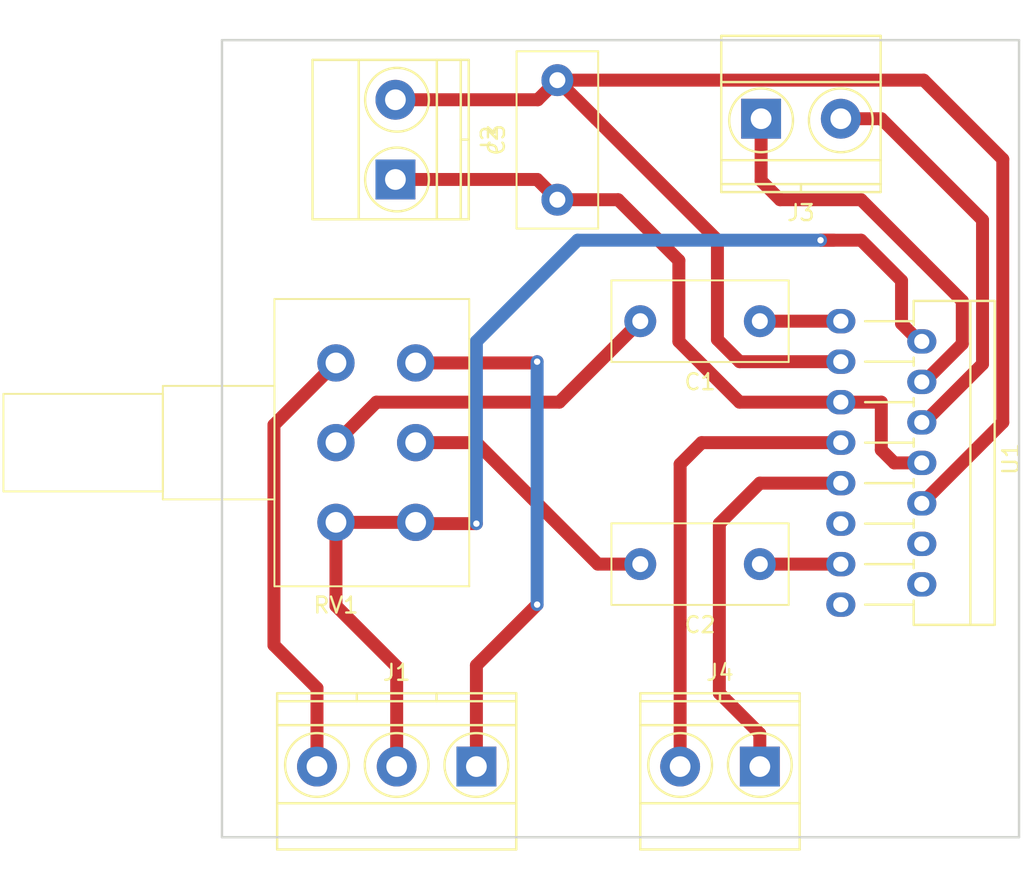
<source format=kicad_pcb>
(kicad_pcb (version 4) (host pcbnew 4.0.7-e2-6376~61~ubuntu18.04.1)

  (general
    (links 21)
    (no_connects 13)
    (area 44.924999 69.924999 95.075001 120.075001)
    (thickness 1.6)
    (drawings 4)
    (tracks 80)
    (zones 0)
    (modules 9)
    (nets 15)
  )

  (page A4)
  (layers
    (0 F.Cu signal)
    (31 B.Cu signal)
    (32 B.Adhes user)
    (33 F.Adhes user)
    (34 B.Paste user)
    (35 F.Paste user)
    (36 B.SilkS user)
    (37 F.SilkS user)
    (38 B.Mask user)
    (39 F.Mask user)
    (40 Dwgs.User user)
    (41 Cmts.User user)
    (42 Eco1.User user)
    (43 Eco2.User user)
    (44 Edge.Cuts user)
    (45 Margin user)
    (46 B.CrtYd user)
    (47 F.CrtYd user)
    (48 B.Fab user)
    (49 F.Fab user)
  )

  (setup
    (last_trace_width 0.8128)
    (user_trace_width 0.3048)
    (user_trace_width 0.6096)
    (user_trace_width 0.8128)
    (user_trace_width 1.016)
    (user_trace_width 1.6256)
    (trace_clearance 0.2)
    (zone_clearance 0.508)
    (zone_45_only no)
    (trace_min 0.2)
    (segment_width 0.2)
    (edge_width 0.15)
    (via_size 0.6)
    (via_drill 0.4)
    (via_min_size 0.4)
    (via_min_drill 0.3)
    (uvia_size 0.3)
    (uvia_drill 0.1)
    (uvias_allowed no)
    (uvia_min_size 0)
    (uvia_min_drill 0)
    (pcb_text_width 0.3)
    (pcb_text_size 1.5 1.5)
    (mod_edge_width 0.15)
    (mod_text_size 1 1)
    (mod_text_width 0.15)
    (pad_size 1.524 1.524)
    (pad_drill 0.762)
    (pad_to_mask_clearance 0.2)
    (aux_axis_origin 0 0)
    (visible_elements FFFFFF7F)
    (pcbplotparams
      (layerselection 0x00030_80000001)
      (usegerberextensions false)
      (excludeedgelayer true)
      (linewidth 0.100000)
      (plotframeref false)
      (viasonmask false)
      (mode 1)
      (useauxorigin false)
      (hpglpennumber 1)
      (hpglpenspeed 20)
      (hpglpendiameter 15)
      (hpglpenoverlay 2)
      (psnegative false)
      (psa4output false)
      (plotreference true)
      (plotvalue true)
      (plotinvisibletext false)
      (padsonsilk false)
      (subtractmaskfromsilk false)
      (outputformat 1)
      (mirror false)
      (drillshape 1)
      (scaleselection 1)
      (outputdirectory ""))
  )

  (net 0 "")
  (net 1 "Net-(C1-Pad1)")
  (net 2 "Net-(C1-Pad2)")
  (net 3 "Net-(C2-Pad1)")
  (net 4 "Net-(C2-Pad2)")
  (net 5 "Net-(J1-Pad3)")
  (net 6 "Net-(J1-Pad1)")
  (net 7 "Net-(J1-Pad2)")
  (net 8 "Net-(J3-Pad1)")
  (net 9 "Net-(J3-Pad2)")
  (net 10 "Net-(J4-Pad1)")
  (net 11 "Net-(J4-Pad2)")
  (net 12 +12VA)
  (net 13 GNDPWR)
  (net 14 "Net-(U1-Pad11)")

  (net_class Default "This is the default net class."
    (clearance 0.2)
    (trace_width 0.25)
    (via_dia 0.6)
    (via_drill 0.4)
    (uvia_dia 0.3)
    (uvia_drill 0.1)
    (add_net +12VA)
    (add_net GNDPWR)
    (add_net "Net-(C1-Pad1)")
    (add_net "Net-(C1-Pad2)")
    (add_net "Net-(C2-Pad1)")
    (add_net "Net-(C2-Pad2)")
    (add_net "Net-(J1-Pad1)")
    (add_net "Net-(J1-Pad2)")
    (add_net "Net-(J1-Pad3)")
    (add_net "Net-(J3-Pad1)")
    (add_net "Net-(J3-Pad2)")
    (add_net "Net-(J4-Pad1)")
    (add_net "Net-(J4-Pad2)")
    (add_net "Net-(U1-Pad11)")
  )

  (module TO_SOT_Packages_THT:Multiwatt_15_Vertical (layer F.Cu) (tedit 54C4A846) (tstamp 5B67D6D8)
    (at 83.82 87.63 270)
    (descr http://www.icbuy.com/education/package/mode_name/upload/education/package/061106/1737460368586001162805866.pdf)
    (path /5B5ECE19)
    (fp_text reference U1 (at 8.636 -10.668 270) (layer F.SilkS)
      (effects (font (size 1 1) (thickness 0.15)))
    )
    (fp_text value TDA1557Q (at 21.844 -3.048 270) (layer F.Fab)
      (effects (font (size 1 1) (thickness 0.15)))
    )
    (fp_line (start 19.4 1.15) (end -1.6 1.15) (layer F.CrtYd) (width 0.05))
    (fp_line (start -1.6 1.15) (end -1.6 -10) (layer F.CrtYd) (width 0.05))
    (fp_line (start -1.6 -10) (end 19.4 -10) (layer F.CrtYd) (width 0.05))
    (fp_line (start 19.4 -10) (end 19.4 1.15) (layer F.CrtYd) (width 0.05))
    (fp_line (start 17.78 -1.524) (end 17.78 -4.572) (layer F.SilkS) (width 0.15))
    (fp_line (start 15.24 -1.524) (end 15.24 -4.572) (layer F.SilkS) (width 0.15))
    (fp_line (start 12.7 -1.524) (end 12.7 -4.572) (layer F.SilkS) (width 0.15))
    (fp_line (start 10.16 -1.524) (end 10.16 -4.572) (layer F.SilkS) (width 0.15))
    (fp_line (start 7.62 -1.524) (end 7.62 -4.572) (layer F.SilkS) (width 0.15))
    (fp_line (start 5.08 -1.524) (end 5.08 -4.572) (layer F.SilkS) (width 0.15))
    (fp_line (start 2.54 -1.524) (end 2.54 -4.572) (layer F.SilkS) (width 0.15))
    (fp_line (start 0 -1.524) (end 0 -4.572) (layer F.SilkS) (width 0.15))
    (fp_line (start 19.05 -8.128) (end -1.27 -8.128) (layer F.SilkS) (width 0.15))
    (fp_line (start -1.27 -9.652) (end -1.27 -4.572) (layer F.SilkS) (width 0.15))
    (fp_line (start -1.27 -4.572) (end 0.254 -4.572) (layer F.SilkS) (width 0.15))
    (fp_line (start 2.794 -4.572) (end 2.286 -4.572) (layer F.SilkS) (width 0.15))
    (fp_line (start 5.334 -4.572) (end 4.826 -4.572) (layer F.SilkS) (width 0.15))
    (fp_line (start 7.874 -4.572) (end 7.366 -4.572) (layer F.SilkS) (width 0.15))
    (fp_line (start 10.414 -4.572) (end 9.906 -4.572) (layer F.SilkS) (width 0.15))
    (fp_line (start 12.954 -4.572) (end 12.446 -4.572) (layer F.SilkS) (width 0.15))
    (fp_line (start 15.494 -4.572) (end 14.986 -4.572) (layer F.SilkS) (width 0.15))
    (fp_line (start -1.27 -9.652) (end 19.05 -9.652) (layer F.SilkS) (width 0.15))
    (fp_line (start 19.05 -9.652) (end 19.05 -4.572) (layer F.SilkS) (width 0.15))
    (fp_line (start 19.05 -4.572) (end 17.526 -4.572) (layer F.SilkS) (width 0.15))
    (pad 1 thru_hole oval (at 0 0 270) (size 1.524 1.824) (drill 0.95) (layers *.Cu *.Mask)
      (net 1 "Net-(C1-Pad1)"))
    (pad 2 thru_hole oval (at 1.27 -5.08 270) (size 1.524 1.824) (drill 0.95) (layers *.Cu *.Mask)
      (net 7 "Net-(J1-Pad2)"))
    (pad 3 thru_hole oval (at 2.54 0 270) (size 1.524 1.824) (drill 0.95) (layers *.Cu *.Mask)
      (net 12 +12VA))
    (pad 4 thru_hole oval (at 3.81 -5.08 270) (size 1.524 1.824) (drill 0.95) (layers *.Cu *.Mask)
      (net 8 "Net-(J3-Pad1)"))
    (pad 5 thru_hole oval (at 5.08 0 270) (size 1.524 1.824) (drill 0.95) (layers *.Cu *.Mask)
      (net 13 GNDPWR))
    (pad 6 thru_hole oval (at 6.35 -5.08 270) (size 1.524 1.824) (drill 0.95) (layers *.Cu *.Mask)
      (net 9 "Net-(J3-Pad2)"))
    (pad 7 thru_hole oval (at 7.62 0 270) (size 1.524 1.824) (drill 0.95) (layers *.Cu *.Mask)
      (net 11 "Net-(J4-Pad2)"))
    (pad 8 thru_hole oval (at 8.89 -5.08 270) (size 1.524 1.824) (drill 0.95) (layers *.Cu *.Mask)
      (net 13 GNDPWR))
    (pad 9 thru_hole oval (at 10.16 0 270) (size 1.524 1.824) (drill 0.95) (layers *.Cu *.Mask)
      (net 10 "Net-(J4-Pad1)"))
    (pad 10 thru_hole oval (at 11.43 -5.08 270) (size 1.524 1.824) (drill 0.95) (layers *.Cu *.Mask)
      (net 12 +12VA))
    (pad 11 thru_hole oval (at 12.7 0 270) (size 1.524 1.824) (drill 0.95) (layers *.Cu *.Mask)
      (net 14 "Net-(U1-Pad11)"))
    (pad 12 thru_hole oval (at 13.97 -5.08 270) (size 1.524 1.824) (drill 0.95) (layers *.Cu *.Mask))
    (pad 13 thru_hole oval (at 15.24 0 270) (size 1.524 1.824) (drill 0.95) (layers *.Cu *.Mask)
      (net 3 "Net-(C2-Pad1)"))
    (pad 14 thru_hole oval (at 16.51 -5.08 270) (size 1.524 1.824) (drill 0.95) (layers *.Cu *.Mask))
    (pad 15 thru_hole oval (at 17.78 0 270) (size 1.524 1.824) (drill 0.95) (layers *.Cu *.Mask))
    (model TO_SOT_Packages_THT.3dshapes/Multiwatt_15_Vertical.wrl
      (at (xyz 0 0 0))
      (scale (xyz 1 1 1))
      (rotate (xyz 0 0 0))
    )
  )

  (module Capacitors_THT:C_Disc_D11.0mm_W5.0mm_P7.50mm (layer F.Cu) (tedit 597BC7C2) (tstamp 5B632DFB)
    (at 78.74 87.63 180)
    (descr "C, Disc series, Radial, pin pitch=7.50mm, , diameter*width=11*5.0mm^2, Capacitor, http://www.vishay.com/docs/28535/vy2series.pdf")
    (tags "C Disc series Radial pin pitch 7.50mm  diameter 11mm width 5.0mm Capacitor")
    (path /5B5ECEA2)
    (fp_text reference C1 (at 3.75 -3.81 180) (layer F.SilkS)
      (effects (font (size 1 1) (thickness 0.15)))
    )
    (fp_text value 0.22 (at 3.75 3.81 180) (layer F.Fab)
      (effects (font (size 1 1) (thickness 0.15)))
    )
    (fp_line (start -1.75 -2.5) (end -1.75 2.5) (layer F.Fab) (width 0.1))
    (fp_line (start -1.75 2.5) (end 9.25 2.5) (layer F.Fab) (width 0.1))
    (fp_line (start 9.25 2.5) (end 9.25 -2.5) (layer F.Fab) (width 0.1))
    (fp_line (start 9.25 -2.5) (end -1.75 -2.5) (layer F.Fab) (width 0.1))
    (fp_line (start -1.81 -2.56) (end 9.31 -2.56) (layer F.SilkS) (width 0.12))
    (fp_line (start -1.81 2.56) (end 9.31 2.56) (layer F.SilkS) (width 0.12))
    (fp_line (start -1.81 -2.56) (end -1.81 2.56) (layer F.SilkS) (width 0.12))
    (fp_line (start 9.31 -2.56) (end 9.31 2.56) (layer F.SilkS) (width 0.12))
    (fp_line (start -2.1 -2.85) (end -2.1 2.85) (layer F.CrtYd) (width 0.05))
    (fp_line (start -2.1 2.85) (end 9.6 2.85) (layer F.CrtYd) (width 0.05))
    (fp_line (start 9.6 2.85) (end 9.6 -2.85) (layer F.CrtYd) (width 0.05))
    (fp_line (start 9.6 -2.85) (end -2.1 -2.85) (layer F.CrtYd) (width 0.05))
    (fp_text user %R (at -15.24 -6.35 180) (layer F.Fab)
      (effects (font (size 1 1) (thickness 0.15)))
    )
    (pad 1 thru_hole circle (at 0 0 180) (size 2 2) (drill 1) (layers *.Cu *.Mask)
      (net 1 "Net-(C1-Pad1)"))
    (pad 2 thru_hole circle (at 7.5 0 180) (size 2 2) (drill 1) (layers *.Cu *.Mask)
      (net 2 "Net-(C1-Pad2)"))
    (model ${KISYS3DMOD}/Capacitors_THT.3dshapes/C_Disc_D11.0mm_W5.0mm_P7.50mm.wrl
      (at (xyz 0 0 0))
      (scale (xyz 1 1 1))
      (rotate (xyz 0 0 0))
    )
  )

  (module Capacitors_THT:C_Disc_D11.0mm_W5.0mm_P7.50mm (layer F.Cu) (tedit 597BC7C2) (tstamp 5B632E0E)
    (at 78.74 102.87 180)
    (descr "C, Disc series, Radial, pin pitch=7.50mm, , diameter*width=11*5.0mm^2, Capacitor, http://www.vishay.com/docs/28535/vy2series.pdf")
    (tags "C Disc series Radial pin pitch 7.50mm  diameter 11mm width 5.0mm Capacitor")
    (path /5B5ED76A)
    (fp_text reference C2 (at 3.75 -3.81 180) (layer F.SilkS)
      (effects (font (size 1 1) (thickness 0.15)))
    )
    (fp_text value 0.22 (at 3.75 3.81 180) (layer F.Fab)
      (effects (font (size 1 1) (thickness 0.15)))
    )
    (fp_line (start -1.75 -2.5) (end -1.75 2.5) (layer F.Fab) (width 0.1))
    (fp_line (start -1.75 2.5) (end 9.25 2.5) (layer F.Fab) (width 0.1))
    (fp_line (start 9.25 2.5) (end 9.25 -2.5) (layer F.Fab) (width 0.1))
    (fp_line (start 9.25 -2.5) (end -1.75 -2.5) (layer F.Fab) (width 0.1))
    (fp_line (start -1.81 -2.56) (end 9.31 -2.56) (layer F.SilkS) (width 0.12))
    (fp_line (start -1.81 2.56) (end 9.31 2.56) (layer F.SilkS) (width 0.12))
    (fp_line (start -1.81 -2.56) (end -1.81 2.56) (layer F.SilkS) (width 0.12))
    (fp_line (start 9.31 -2.56) (end 9.31 2.56) (layer F.SilkS) (width 0.12))
    (fp_line (start -2.1 -2.85) (end -2.1 2.85) (layer F.CrtYd) (width 0.05))
    (fp_line (start -2.1 2.85) (end 9.6 2.85) (layer F.CrtYd) (width 0.05))
    (fp_line (start 9.6 2.85) (end 9.6 -2.85) (layer F.CrtYd) (width 0.05))
    (fp_line (start 9.6 -2.85) (end -2.1 -2.85) (layer F.CrtYd) (width 0.05))
    (fp_text user %R (at 3.75 0 180) (layer F.Fab)
      (effects (font (size 1 1) (thickness 0.15)))
    )
    (pad 1 thru_hole circle (at 0 0 180) (size 2 2) (drill 1) (layers *.Cu *.Mask)
      (net 3 "Net-(C2-Pad1)"))
    (pad 2 thru_hole circle (at 7.5 0 180) (size 2 2) (drill 1) (layers *.Cu *.Mask)
      (net 4 "Net-(C2-Pad2)"))
    (model ${KISYS3DMOD}/Capacitors_THT.3dshapes/C_Disc_D11.0mm_W5.0mm_P7.50mm.wrl
      (at (xyz 0 0 0))
      (scale (xyz 1 1 1))
      (rotate (xyz 0 0 0))
    )
  )

  (module Connectors_Terminal_Blocks:TerminalBlock_Pheonix_MKDS1.5-3pol (layer F.Cu) (tedit 5630081E) (tstamp 5B632E25)
    (at 60.96 115.57 180)
    (descr "3-way 5mm pitch terminal block, Phoenix MKDS series")
    (path /5B5ED1F4)
    (fp_text reference J1 (at 5 5.9 180) (layer F.SilkS)
      (effects (font (size 1 1) (thickness 0.15)))
    )
    (fp_text value INPUT (at 5 -6.6 180) (layer F.Fab)
      (effects (font (size 1 1) (thickness 0.15)))
    )
    (fp_line (start -2.7 4.8) (end -2.7 -5.4) (layer F.CrtYd) (width 0.05))
    (fp_line (start 12.7 4.8) (end -2.7 4.8) (layer F.CrtYd) (width 0.05))
    (fp_line (start 12.7 -5.4) (end 12.7 4.8) (layer F.CrtYd) (width 0.05))
    (fp_line (start -2.7 -5.4) (end 12.7 -5.4) (layer F.CrtYd) (width 0.05))
    (fp_circle (center 10 0.1) (end 8 0.1) (layer F.SilkS) (width 0.15))
    (fp_line (start 7.5 4.1) (end 7.5 4.6) (layer F.SilkS) (width 0.15))
    (fp_line (start 2.5 4.1) (end 2.5 4.6) (layer F.SilkS) (width 0.15))
    (fp_circle (center 5 0.1) (end 3 0.1) (layer F.SilkS) (width 0.15))
    (fp_circle (center 0 0.1) (end 2 0.1) (layer F.SilkS) (width 0.15))
    (fp_line (start -2.5 2.6) (end 12.5 2.6) (layer F.SilkS) (width 0.15))
    (fp_line (start -2.5 -2.3) (end 12.5 -2.3) (layer F.SilkS) (width 0.15))
    (fp_line (start -2.5 4.1) (end 12.5 4.1) (layer F.SilkS) (width 0.15))
    (fp_line (start -2.5 4.6) (end 12.5 4.6) (layer F.SilkS) (width 0.15))
    (fp_line (start 12.5 4.6) (end 12.5 -5.2) (layer F.SilkS) (width 0.15))
    (fp_line (start 12.5 -5.2) (end -2.5 -5.2) (layer F.SilkS) (width 0.15))
    (fp_line (start -2.5 -5.2) (end -2.5 4.6) (layer F.SilkS) (width 0.15))
    (pad 3 thru_hole circle (at 10 0 180) (size 2.5 2.5) (drill 1.3) (layers *.Cu *.Mask)
      (net 5 "Net-(J1-Pad3)"))
    (pad 1 thru_hole rect (at 0 0 180) (size 2.5 2.5) (drill 1.3) (layers *.Cu *.Mask)
      (net 6 "Net-(J1-Pad1)"))
    (pad 2 thru_hole circle (at 5 0 180) (size 2.5 2.5) (drill 1.3) (layers *.Cu *.Mask)
      (net 7 "Net-(J1-Pad2)"))
    (model Terminal_Blocks.3dshapes/TerminalBlock_Pheonix_MKDS1.5-3pol.wrl
      (at (xyz 0.1968 0 0))
      (scale (xyz 1 1 1))
      (rotate (xyz 0 0 0))
    )
  )

  (module Connectors_Terminal_Blocks:TerminalBlock_Pheonix_MKDS1.5-2pol (layer F.Cu) (tedit 563007E4) (tstamp 5B632E39)
    (at 78.82 74.93)
    (descr "2-way 5mm pitch terminal block, Phoenix MKDS series")
    (path /5B5ED0D6)
    (fp_text reference J3 (at 2.5 5.9) (layer F.SilkS)
      (effects (font (size 1 1) (thickness 0.15)))
    )
    (fp_text value OUT1 (at 2.5 -6.6) (layer F.Fab)
      (effects (font (size 1 1) (thickness 0.15)))
    )
    (fp_line (start -2.7 -5.4) (end 7.7 -5.4) (layer F.CrtYd) (width 0.05))
    (fp_line (start -2.7 4.8) (end -2.7 -5.4) (layer F.CrtYd) (width 0.05))
    (fp_line (start 7.7 4.8) (end -2.7 4.8) (layer F.CrtYd) (width 0.05))
    (fp_line (start 7.7 -5.4) (end 7.7 4.8) (layer F.CrtYd) (width 0.05))
    (fp_line (start 2.5 4.1) (end 2.5 4.6) (layer F.SilkS) (width 0.15))
    (fp_circle (center 5 0.1) (end 3 0.1) (layer F.SilkS) (width 0.15))
    (fp_circle (center 0 0.1) (end 2 0.1) (layer F.SilkS) (width 0.15))
    (fp_line (start -2.5 2.6) (end 7.5 2.6) (layer F.SilkS) (width 0.15))
    (fp_line (start -2.5 -2.3) (end 7.5 -2.3) (layer F.SilkS) (width 0.15))
    (fp_line (start -2.5 4.1) (end 7.5 4.1) (layer F.SilkS) (width 0.15))
    (fp_line (start -2.5 4.6) (end 7.5 4.6) (layer F.SilkS) (width 0.15))
    (fp_line (start 7.5 4.6) (end 7.5 -5.2) (layer F.SilkS) (width 0.15))
    (fp_line (start 7.5 -5.2) (end -2.5 -5.2) (layer F.SilkS) (width 0.15))
    (fp_line (start -2.5 -5.2) (end -2.5 4.6) (layer F.SilkS) (width 0.15))
    (pad 1 thru_hole rect (at 0 0) (size 2.5 2.5) (drill 1.3) (layers *.Cu *.Mask)
      (net 8 "Net-(J3-Pad1)"))
    (pad 2 thru_hole circle (at 5 0) (size 2.5 2.5) (drill 1.3) (layers *.Cu *.Mask)
      (net 9 "Net-(J3-Pad2)"))
    (model Terminal_Blocks.3dshapes/TerminalBlock_Pheonix_MKDS1.5-2pol.wrl
      (at (xyz 0.0984 0 0))
      (scale (xyz 1 1 1))
      (rotate (xyz 0 0 0))
    )
  )

  (module Connectors_Terminal_Blocks:TerminalBlock_Pheonix_MKDS1.5-2pol (layer F.Cu) (tedit 563007E4) (tstamp 5B632E4D)
    (at 78.74 115.57 180)
    (descr "2-way 5mm pitch terminal block, Phoenix MKDS series")
    (path /5B5EDA0B)
    (fp_text reference J4 (at 2.5 5.9 180) (layer F.SilkS)
      (effects (font (size 1 1) (thickness 0.15)))
    )
    (fp_text value OUT2 (at 2.5 -6.6 180) (layer F.Fab)
      (effects (font (size 1 1) (thickness 0.15)))
    )
    (fp_line (start -2.7 -5.4) (end 7.7 -5.4) (layer F.CrtYd) (width 0.05))
    (fp_line (start -2.7 4.8) (end -2.7 -5.4) (layer F.CrtYd) (width 0.05))
    (fp_line (start 7.7 4.8) (end -2.7 4.8) (layer F.CrtYd) (width 0.05))
    (fp_line (start 7.7 -5.4) (end 7.7 4.8) (layer F.CrtYd) (width 0.05))
    (fp_line (start 2.5 4.1) (end 2.5 4.6) (layer F.SilkS) (width 0.15))
    (fp_circle (center 5 0.1) (end 3 0.1) (layer F.SilkS) (width 0.15))
    (fp_circle (center 0 0.1) (end 2 0.1) (layer F.SilkS) (width 0.15))
    (fp_line (start -2.5 2.6) (end 7.5 2.6) (layer F.SilkS) (width 0.15))
    (fp_line (start -2.5 -2.3) (end 7.5 -2.3) (layer F.SilkS) (width 0.15))
    (fp_line (start -2.5 4.1) (end 7.5 4.1) (layer F.SilkS) (width 0.15))
    (fp_line (start -2.5 4.6) (end 7.5 4.6) (layer F.SilkS) (width 0.15))
    (fp_line (start 7.5 4.6) (end 7.5 -5.2) (layer F.SilkS) (width 0.15))
    (fp_line (start 7.5 -5.2) (end -2.5 -5.2) (layer F.SilkS) (width 0.15))
    (fp_line (start -2.5 -5.2) (end -2.5 4.6) (layer F.SilkS) (width 0.15))
    (pad 1 thru_hole rect (at 0 0 180) (size 2.5 2.5) (drill 1.3) (layers *.Cu *.Mask)
      (net 10 "Net-(J4-Pad1)"))
    (pad 2 thru_hole circle (at 5 0 180) (size 2.5 2.5) (drill 1.3) (layers *.Cu *.Mask)
      (net 11 "Net-(J4-Pad2)"))
    (model Terminal_Blocks.3dshapes/TerminalBlock_Pheonix_MKDS1.5-2pol.wrl
      (at (xyz 0.0984 0 0))
      (scale (xyz 1 1 1))
      (rotate (xyz 0 0 0))
    )
  )

  (module Potentiometers:Potentiometer_Alps_RK163_Double_Vertical (layer F.Cu) (tedit 58826D39) (tstamp 5B632E73)
    (at 52.15 90.25 180)
    (descr "Potentiometer, vertically mounted, Omeg PC16PU, Omeg PC16PU, Omeg PC16PU, Vishay/Spectrol 248GJ/249GJ Single, Vishay/Spectrol 248GJ/249GJ Single, Vishay/Spectrol 248GJ/249GJ Single, Vishay/Spectrol 248GH/249GH Single, Vishay/Spectrol 148/149 Single, Vishay/Spectrol 148/149 Single, Vishay/Spectrol 148/149 Single, Vishay/Spectrol 148A/149A Single with mounting plates, Vishay/Spectrol 148/149 Double, Vishay/Spectrol 148A/149A Double with mounting plates, Piher PC-16 Single, Piher PC-16 Single, Piher PC-16 Single, Piher PC-16SV Single, Piher PC-16 Double, Piher PC-16 Triple, Piher T16H Single, Piher T16L Single, Piher T16H Double, Alps RK163 Single, Alps RK163 Double, http://www.alps.com/prod/info/E/PDF/Potentiometer/MetalShaft/RK163/RK163.PDF")
    (tags "Potentiometer vertical  Omeg PC16PU  Omeg PC16PU  Omeg PC16PU  Vishay/Spectrol 248GJ/249GJ Single  Vishay/Spectrol 248GJ/249GJ Single  Vishay/Spectrol 248GJ/249GJ Single  Vishay/Spectrol 248GH/249GH Single  Vishay/Spectrol 148/149 Single  Vishay/Spectrol 148/149 Single  Vishay/Spectrol 148/149 Single  Vishay/Spectrol 148A/149A Single with mounting plates  Vishay/Spectrol 148/149 Double  Vishay/Spectrol 148A/149A Double with mounting plates  Piher PC-16 Single  Piher PC-16 Single  Piher PC-16 Single  Piher PC-16SV Single  Piher PC-16 Double  Piher PC-16 Triple  Piher T16H Single  Piher T16L Single  Piher T16H Double  Alps RK163 Single  Alps RK163 Double")
    (path /5B5ECFA4)
    (fp_text reference RV1 (at 0 -15.2 180) (layer F.SilkS)
      (effects (font (size 1 1) (thickness 0.15)))
    )
    (fp_text value POT_Dual (at 0 5.2 180) (layer F.Fab)
      (effects (font (size 1 1) (thickness 0.15)))
    )
    (fp_line (start -8.3 -13.95) (end -8.3 3.95) (layer F.Fab) (width 0.1))
    (fp_line (start -8.3 3.95) (end 3.8 3.95) (layer F.Fab) (width 0.1))
    (fp_line (start 3.8 3.95) (end 3.8 -13.95) (layer F.Fab) (width 0.1))
    (fp_line (start 3.8 -13.95) (end -8.3 -13.95) (layer F.Fab) (width 0.1))
    (fp_line (start 3.8 -8.5) (end 3.8 -1.5) (layer F.Fab) (width 0.1))
    (fp_line (start 3.8 -1.5) (end 10.8 -1.5) (layer F.Fab) (width 0.1))
    (fp_line (start 10.8 -1.5) (end 10.8 -8.5) (layer F.Fab) (width 0.1))
    (fp_line (start 10.8 -8.5) (end 3.8 -8.5) (layer F.Fab) (width 0.1))
    (fp_line (start 10.8 -8) (end 10.8 -2) (layer F.Fab) (width 0.1))
    (fp_line (start 10.8 -2) (end 20.8 -2) (layer F.Fab) (width 0.1))
    (fp_line (start 20.8 -2) (end 20.8 -8) (layer F.Fab) (width 0.1))
    (fp_line (start 20.8 -8) (end 10.8 -8) (layer F.Fab) (width 0.1))
    (fp_line (start -8.361 -14.01) (end 3.86 -14.01) (layer F.SilkS) (width 0.12))
    (fp_line (start -8.361 4.011) (end 3.86 4.011) (layer F.SilkS) (width 0.12))
    (fp_line (start -8.361 -14.01) (end -8.361 4.011) (layer F.SilkS) (width 0.12))
    (fp_line (start 3.86 -14.01) (end 3.86 4.011) (layer F.SilkS) (width 0.12))
    (fp_line (start 3.86 -8.56) (end 10.86 -8.56) (layer F.SilkS) (width 0.12))
    (fp_line (start 3.86 -1.44) (end 10.86 -1.44) (layer F.SilkS) (width 0.12))
    (fp_line (start 3.86 -8.56) (end 3.86 -1.44) (layer F.SilkS) (width 0.12))
    (fp_line (start 10.86 -8.56) (end 10.86 -1.44) (layer F.SilkS) (width 0.12))
    (fp_line (start 10.86 -8.06) (end 20.86 -8.06) (layer F.SilkS) (width 0.12))
    (fp_line (start 10.86 -1.94) (end 20.86 -1.94) (layer F.SilkS) (width 0.12))
    (fp_line (start 10.86 -8.06) (end 10.86 -1.94) (layer F.SilkS) (width 0.12))
    (fp_line (start 20.86 -8.06) (end 20.86 -1.94) (layer F.SilkS) (width 0.12))
    (fp_line (start -8.55 -14.2) (end -8.55 4.2) (layer F.CrtYd) (width 0.05))
    (fp_line (start -8.55 4.2) (end 21.05 4.2) (layer F.CrtYd) (width 0.05))
    (fp_line (start 21.05 4.2) (end 21.05 -14.2) (layer F.CrtYd) (width 0.05))
    (fp_line (start 21.05 -14.2) (end -8.55 -14.2) (layer F.CrtYd) (width 0.05))
    (pad 3 thru_hole circle (at 0 -10 180) (size 2.34 2.34) (drill 1.3) (layers *.Cu *.Mask)
      (net 7 "Net-(J1-Pad2)"))
    (pad 2 thru_hole circle (at 0 -5 180) (size 2.34 2.34) (drill 1.3) (layers *.Cu *.Mask)
      (net 2 "Net-(C1-Pad2)"))
    (pad 1 thru_hole circle (at 0 0 180) (size 2.34 2.34) (drill 1.3) (layers *.Cu *.Mask)
      (net 5 "Net-(J1-Pad3)"))
    (pad 6 thru_hole circle (at -5 -10 180) (size 2.34 2.34) (drill 1.3) (layers *.Cu *.Mask)
      (net 7 "Net-(J1-Pad2)"))
    (pad 5 thru_hole circle (at -5 -5 180) (size 2.34 2.34) (drill 1.3) (layers *.Cu *.Mask)
      (net 4 "Net-(C2-Pad2)"))
    (pad 4 thru_hole circle (at -5 0 180) (size 2.34 2.34) (drill 1.3) (layers *.Cu *.Mask)
      (net 6 "Net-(J1-Pad1)"))
    (model Potentiometers.3dshapes/Potentiometer_Alps_RK163_Double_Vertical.wrl
      (at (xyz 0 0 0))
      (scale (xyz 1 1 1))
      (rotate (xyz 0 0 0))
    )
  )

  (module Capacitors_THT:C_Disc_D11.0mm_W5.0mm_P7.50mm (layer F.Cu) (tedit 597BC7C2) (tstamp 5B6347BB)
    (at 66.04 80.01 90)
    (descr "C, Disc series, Radial, pin pitch=7.50mm, , diameter*width=11*5.0mm^2, Capacitor, http://www.vishay.com/docs/28535/vy2series.pdf")
    (tags "C Disc series Radial pin pitch 7.50mm  diameter 11mm width 5.0mm Capacitor")
    (path /5B5ECF20)
    (fp_text reference C3 (at 3.75 -3.81 90) (layer F.SilkS)
      (effects (font (size 1 1) (thickness 0.15)))
    )
    (fp_text value 100nF (at 3.75 3.81 90) (layer F.Fab)
      (effects (font (size 1 1) (thickness 0.15)))
    )
    (fp_line (start -1.75 -2.5) (end -1.75 2.5) (layer F.Fab) (width 0.1))
    (fp_line (start -1.75 2.5) (end 9.25 2.5) (layer F.Fab) (width 0.1))
    (fp_line (start 9.25 2.5) (end 9.25 -2.5) (layer F.Fab) (width 0.1))
    (fp_line (start 9.25 -2.5) (end -1.75 -2.5) (layer F.Fab) (width 0.1))
    (fp_line (start -1.81 -2.56) (end 9.31 -2.56) (layer F.SilkS) (width 0.12))
    (fp_line (start -1.81 2.56) (end 9.31 2.56) (layer F.SilkS) (width 0.12))
    (fp_line (start -1.81 -2.56) (end -1.81 2.56) (layer F.SilkS) (width 0.12))
    (fp_line (start 9.31 -2.56) (end 9.31 2.56) (layer F.SilkS) (width 0.12))
    (fp_line (start -2.1 -2.85) (end -2.1 2.85) (layer F.CrtYd) (width 0.05))
    (fp_line (start -2.1 2.85) (end 9.6 2.85) (layer F.CrtYd) (width 0.05))
    (fp_line (start 9.6 2.85) (end 9.6 -2.85) (layer F.CrtYd) (width 0.05))
    (fp_line (start 9.6 -2.85) (end -2.1 -2.85) (layer F.CrtYd) (width 0.05))
    (fp_text user %R (at 3.75 0 90) (layer F.Fab)
      (effects (font (size 1 1) (thickness 0.15)))
    )
    (pad 1 thru_hole circle (at 0 0 90) (size 2 2) (drill 1) (layers *.Cu *.Mask)
      (net 13 GNDPWR))
    (pad 2 thru_hole circle (at 7.5 0 90) (size 2 2) (drill 1) (layers *.Cu *.Mask)
      (net 12 +12VA))
    (model ${KISYS3DMOD}/Capacitors_THT.3dshapes/C_Disc_D11.0mm_W5.0mm_P7.50mm.wrl
      (at (xyz 0 0 0))
      (scale (xyz 1 1 1))
      (rotate (xyz 0 0 0))
    )
  )

  (module Connectors_Terminal_Blocks:TerminalBlock_Pheonix_MKDS1.5-2pol (layer F.Cu) (tedit 563007E4) (tstamp 5B636456)
    (at 55.88 78.74 90)
    (descr "2-way 5mm pitch terminal block, Phoenix MKDS series")
    (path /5B5EDD46)
    (fp_text reference J2 (at 2.5 5.9 90) (layer F.SilkS)
      (effects (font (size 1 1) (thickness 0.15)))
    )
    (fp_text value Power (at 2.5 -6.6 90) (layer F.Fab)
      (effects (font (size 1 1) (thickness 0.15)))
    )
    (fp_line (start -2.7 -5.4) (end 7.7 -5.4) (layer F.CrtYd) (width 0.05))
    (fp_line (start -2.7 4.8) (end -2.7 -5.4) (layer F.CrtYd) (width 0.05))
    (fp_line (start 7.7 4.8) (end -2.7 4.8) (layer F.CrtYd) (width 0.05))
    (fp_line (start 7.7 -5.4) (end 7.7 4.8) (layer F.CrtYd) (width 0.05))
    (fp_line (start 2.5 4.1) (end 2.5 4.6) (layer F.SilkS) (width 0.15))
    (fp_circle (center 5 0.1) (end 3 0.1) (layer F.SilkS) (width 0.15))
    (fp_circle (center 0 0.1) (end 2 0.1) (layer F.SilkS) (width 0.15))
    (fp_line (start -2.5 2.6) (end 7.5 2.6) (layer F.SilkS) (width 0.15))
    (fp_line (start -2.5 -2.3) (end 7.5 -2.3) (layer F.SilkS) (width 0.15))
    (fp_line (start -2.5 4.1) (end 7.5 4.1) (layer F.SilkS) (width 0.15))
    (fp_line (start -2.5 4.6) (end 7.5 4.6) (layer F.SilkS) (width 0.15))
    (fp_line (start 7.5 4.6) (end 7.5 -5.2) (layer F.SilkS) (width 0.15))
    (fp_line (start 7.5 -5.2) (end -2.5 -5.2) (layer F.SilkS) (width 0.15))
    (fp_line (start -2.5 -5.2) (end -2.5 4.6) (layer F.SilkS) (width 0.15))
    (pad 1 thru_hole rect (at 0 0 90) (size 2.5 2.5) (drill 1.3) (layers *.Cu *.Mask)
      (net 13 GNDPWR))
    (pad 2 thru_hole circle (at 5 0 90) (size 2.5 2.5) (drill 1.3) (layers *.Cu *.Mask)
      (net 12 +12VA))
    (model Terminal_Blocks.3dshapes/TerminalBlock_Pheonix_MKDS1.5-2pol.wrl
      (at (xyz 0.0984 0 0))
      (scale (xyz 1 1 1))
      (rotate (xyz 0 0 0))
    )
  )

  (gr_line (start 45 120) (end 45 70) (layer Edge.Cuts) (width 0.15))
  (gr_line (start 95 120) (end 45 120) (layer Edge.Cuts) (width 0.15))
  (gr_line (start 95 70) (end 95 120) (layer Edge.Cuts) (width 0.15))
  (gr_line (start 45 70) (end 95 70) (layer Edge.Cuts) (width 0.15))

  (segment (start 78.74 87.63) (end 83.6 87.63) (width 0.8128) (layer F.Cu) (net 1))
  (segment (start 54.69 92.71) (end 66.16 92.71) (width 0.8128) (layer F.Cu) (net 2))
  (segment (start 66.16 92.71) (end 71.24 87.63) (width 0.8128) (layer F.Cu) (net 2))
  (segment (start 52.15 95.25) (end 54.69 92.71) (width 0.8128) (layer F.Cu) (net 2))
  (segment (start 83.6 102.87) (end 78.74 102.87) (width 0.8128) (layer F.Cu) (net 3))
  (segment (start 60.96 95.25) (end 68.58 102.87) (width 0.8128) (layer F.Cu) (net 4))
  (segment (start 68.58 102.87) (end 71.24 102.87) (width 0.8128) (layer F.Cu) (net 4))
  (segment (start 57.15 95.25) (end 60.96 95.25) (width 0.8128) (layer F.Cu) (net 4))
  (segment (start 48.26 107.95) (end 48.26 94.14) (width 0.8128) (layer F.Cu) (net 5))
  (segment (start 48.26 94.14) (end 52.15 90.25) (width 0.8128) (layer F.Cu) (net 5))
  (segment (start 50.96 110.65) (end 48.26 107.95) (width 0.8128) (layer F.Cu) (net 5))
  (segment (start 50.96 115.57) (end 50.96 110.65) (width 0.8128) (layer F.Cu) (net 5))
  (segment (start 57.15 90.25) (end 64.69 90.25) (width 0.8128) (layer F.Cu) (net 6))
  (segment (start 64.69 90.25) (end 64.77 90.17) (width 0.8128) (layer F.Cu) (net 6))
  (via (at 64.77 90.17) (size 0.6) (drill 0.4) (layers F.Cu B.Cu) (net 6))
  (segment (start 64.77 105.41) (end 64.77 90.17) (width 0.8128) (layer B.Cu) (net 6))
  (segment (start 60.96 109.22) (end 64.77 105.41) (width 0.8128) (layer F.Cu) (net 6))
  (via (at 64.77 105.41) (size 0.6) (drill 0.4) (layers F.Cu B.Cu) (net 6))
  (segment (start 60.96 115.57) (end 60.96 109.22) (width 0.8128) (layer F.Cu) (net 6))
  (segment (start 82.55 82.55) (end 85.09 82.55) (width 0.8128) (layer F.Cu) (net 7))
  (segment (start 85.09 82.55) (end 87.63 85.09) (width 0.8128) (layer F.Cu) (net 7))
  (segment (start 87.63 87.78) (end 88.75 88.9) (width 0.8128) (layer F.Cu) (net 7))
  (segment (start 87.63 85.09) (end 87.63 87.78) (width 0.8128) (layer F.Cu) (net 7))
  (segment (start 88.75 88.9) (end 88.9 88.9) (width 0.8128) (layer F.Cu) (net 7))
  (segment (start 60.96 100.33) (end 57.23 100.33) (width 0.8128) (layer F.Cu) (net 7))
  (segment (start 57.23 100.33) (end 57.15 100.25) (width 0.8128) (layer F.Cu) (net 7))
  (segment (start 60.96 88.9) (end 60.96 100.33) (width 0.8128) (layer B.Cu) (net 7))
  (via (at 60.96 100.33) (size 0.6) (drill 0.4) (layers F.Cu B.Cu) (net 7))
  (segment (start 67.31 82.55) (end 60.96 88.9) (width 0.8128) (layer B.Cu) (net 7))
  (segment (start 82.55 82.55) (end 67.31 82.55) (width 0.8128) (layer B.Cu) (net 7))
  (segment (start 83.38 82.55) (end 82.55 82.55) (width 0.8128) (layer F.Cu) (net 7))
  (via (at 82.55 82.55) (size 0.6) (drill 0.4) (layers F.Cu B.Cu) (net 7))
  (segment (start 52.15 100.25) (end 57.15 100.25) (width 0.8128) (layer F.Cu) (net 7))
  (segment (start 55.96 109.3) (end 52.15 105.49) (width 0.8128) (layer F.Cu) (net 7))
  (segment (start 52.15 105.49) (end 52.15 100.25) (width 0.8128) (layer F.Cu) (net 7))
  (segment (start 55.96 115.57) (end 55.96 109.3) (width 0.8128) (layer F.Cu) (net 7))
  (segment (start 91.44 86.36) (end 91.44 89.05) (width 0.8128) (layer F.Cu) (net 8))
  (segment (start 91.44 89.05) (end 89.05 91.44) (width 0.8128) (layer F.Cu) (net 8))
  (segment (start 89.05 91.44) (end 88.9 91.44) (width 0.8128) (layer F.Cu) (net 8))
  (segment (start 88.9 83.82) (end 91.44 86.36) (width 0.8128) (layer F.Cu) (net 8))
  (segment (start 80.01 80.01) (end 78.82 78.82) (width 0.8128) (layer F.Cu) (net 8))
  (segment (start 78.82 78.82) (end 78.82 74.93) (width 0.8128) (layer F.Cu) (net 8))
  (segment (start 85.09 80.01) (end 80.01 80.01) (width 0.8128) (layer F.Cu) (net 8))
  (segment (start 88.9 83.82) (end 85.09 80.01) (width 0.8128) (layer F.Cu) (net 8))
  (segment (start 83.82 74.93) (end 86.36 74.93) (width 0.8128) (layer F.Cu) (net 9))
  (segment (start 86.36 74.93) (end 92.71 81.28) (width 0.8128) (layer F.Cu) (net 9))
  (segment (start 92.71 81.28) (end 92.71 90.32) (width 0.8128) (layer F.Cu) (net 9))
  (segment (start 92.71 90.32) (end 89.05 93.98) (width 0.8128) (layer F.Cu) (net 9))
  (segment (start 89.05 93.98) (end 88.9 93.98) (width 0.8128) (layer F.Cu) (net 9))
  (segment (start 78.74 115.57) (end 78.74 113.5072) (width 0.8128) (layer F.Cu) (net 10))
  (segment (start 76.2 110.9672) (end 76.2 100.33) (width 0.8128) (layer F.Cu) (net 10))
  (segment (start 78.74 113.5072) (end 76.2 110.9672) (width 0.8128) (layer F.Cu) (net 10))
  (segment (start 76.2 100.33) (end 78.74 97.79) (width 0.8128) (layer F.Cu) (net 10))
  (segment (start 78.74 97.79) (end 83.6 97.79) (width 0.8128) (layer F.Cu) (net 10))
  (segment (start 75.09 95.25) (end 83.6 95.25) (width 0.8128) (layer F.Cu) (net 11))
  (segment (start 73.74 96.6) (end 75.09 95.25) (width 0.8128) (layer F.Cu) (net 11))
  (segment (start 73.74 115.57) (end 73.74 96.6) (width 0.8128) (layer F.Cu) (net 11))
  (segment (start 66.04 72.51) (end 89.02 72.51) (width 0.8128) (layer F.Cu) (net 12))
  (segment (start 89.02 72.51) (end 93.98 77.47) (width 0.8128) (layer F.Cu) (net 12))
  (segment (start 93.98 77.47) (end 93.98 93.98) (width 0.8128) (layer F.Cu) (net 12))
  (segment (start 93.98 93.98) (end 88.9 99.06) (width 0.8128) (layer F.Cu) (net 12))
  (segment (start 67.27 73.74) (end 68.46 74.93) (width 0.8128) (layer F.Cu) (net 12))
  (segment (start 68.46 74.93) (end 76.08 82.55) (width 0.8128) (layer F.Cu) (net 12))
  (segment (start 66.04 72.51) (end 68.46 74.93) (width 0.8128) (layer F.Cu) (net 12))
  (segment (start 55.88 73.74) (end 64.81 73.74) (width 0.8128) (layer F.Cu) (net 12))
  (segment (start 64.81 73.74) (end 66.04 72.51) (width 0.8128) (layer F.Cu) (net 12))
  (segment (start 76.08 82.55) (end 76.08 88.78) (width 0.8128) (layer F.Cu) (net 12))
  (segment (start 77.47 90.17) (end 83.6 90.17) (width 0.8128) (layer F.Cu) (net 12))
  (segment (start 76.08 88.78) (end 77.47 90.17) (width 0.8128) (layer F.Cu) (net 12))
  (segment (start 88.9 96.52) (end 87.1752 96.52) (width 0.8128) (layer F.Cu) (net 13))
  (segment (start 87.1752 96.52) (end 86.36 95.7048) (width 0.8128) (layer F.Cu) (net 13))
  (segment (start 86.36 95.7048) (end 86.36 92.71) (width 0.8128) (layer F.Cu) (net 13))
  (segment (start 86.36 92.71) (end 83.82 92.71) (width 0.8128) (layer F.Cu) (net 13))
  (segment (start 66.04 80.01) (end 69.85 80.01) (width 0.8128) (layer F.Cu) (net 13))
  (segment (start 69.85 80.01) (end 73.66 83.82) (width 0.8128) (layer F.Cu) (net 13))
  (segment (start 55.88 78.74) (end 64.77 78.74) (width 0.8128) (layer F.Cu) (net 13))
  (segment (start 64.77 78.74) (end 66.04 80.01) (width 0.8128) (layer F.Cu) (net 13))
  (segment (start 83.6 92.71) (end 77.47 92.71) (width 0.8128) (layer F.Cu) (net 13))
  (segment (start 77.47 92.71) (end 73.66 88.9) (width 0.8128) (layer F.Cu) (net 13))
  (segment (start 73.66 88.9) (end 73.66 83.82) (width 0.8128) (layer F.Cu) (net 13))

)

</source>
